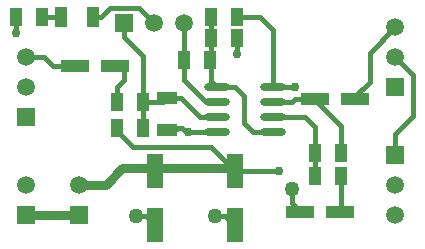
<source format=gtl>
%FSLAX25Y25*%
%MOIN*%
G70*
G01*
G75*
G04 Layer_Physical_Order=1*
G04 Layer_Color=255*
%ADD10R,0.05512X0.11811*%
%ADD11R,0.09449X0.03937*%
%ADD12R,0.04331X0.06693*%
%ADD13R,0.03937X0.05906*%
%ADD14O,0.08661X0.02362*%
%ADD15R,0.06693X0.04331*%
%ADD16C,0.01500*%
%ADD17C,0.03000*%
%ADD18C,0.01000*%
%ADD19C,0.05906*%
%ADD20R,0.05906X0.05906*%
%ADD21R,0.05906X0.05906*%
%ADD22C,0.03000*%
%ADD23C,0.05000*%
D10*
X79000Y8945D02*
D03*
Y27055D02*
D03*
X52500Y8945D02*
D03*
Y27055D02*
D03*
D11*
X119193Y51000D02*
D03*
X105807D02*
D03*
X114193Y13500D02*
D03*
X100807D02*
D03*
X39193Y62000D02*
D03*
X25807D02*
D03*
D12*
X31815Y78500D02*
D03*
X21185D02*
D03*
D13*
X14831Y78500D02*
D03*
X6169D02*
D03*
X114331Y33000D02*
D03*
X105669D02*
D03*
X70831Y64000D02*
D03*
X62169D02*
D03*
X71000Y78500D02*
D03*
X79661D02*
D03*
X79661Y71500D02*
D03*
X71000D02*
D03*
X105669Y25500D02*
D03*
X114331D02*
D03*
X39669Y41500D02*
D03*
X48331D02*
D03*
X48331Y50000D02*
D03*
X39669D02*
D03*
D14*
X73051Y55000D02*
D03*
Y50000D02*
D03*
Y45000D02*
D03*
Y40000D02*
D03*
X91949Y55000D02*
D03*
Y50000D02*
D03*
Y45000D02*
D03*
Y40000D02*
D03*
D15*
X56500Y51315D02*
D03*
Y40685D02*
D03*
D16*
X103307Y51000D02*
X104307Y52000D01*
X99000Y51000D02*
X103307D01*
X98000Y50000D02*
X99000Y51000D01*
X6000Y73000D02*
Y78331D01*
X79661Y66161D02*
Y71500D01*
X56500Y40685D02*
X59185D01*
X60000Y41500D01*
X61500D01*
X63000Y40000D01*
X73051D01*
X91949Y55000D02*
X99000D01*
X79000Y27055D02*
X93945D01*
X49445Y12000D02*
X52500Y8945D01*
X46000Y12000D02*
X49445D01*
X75945D02*
X79000Y8945D01*
X72500Y12000D02*
X75945D01*
X98000Y16307D02*
X100807Y13500D01*
X98000Y16307D02*
Y21000D01*
X45000Y35000D02*
X71055D01*
X39669Y40331D02*
X45000Y35000D01*
X39669Y40331D02*
Y41500D01*
X78000Y28055D02*
X79000Y27055D01*
X71055Y35000D02*
X78000Y28055D01*
X91949Y55000D02*
Y74051D01*
X85000Y40000D02*
X91949D01*
X82000Y43000D02*
X85000Y40000D01*
X82000Y43000D02*
Y52000D01*
X79000Y55000D02*
X82000Y52000D01*
X73051Y55000D02*
X79000D01*
X114331Y33000D02*
Y42169D01*
X105807Y50693D02*
X114331Y42169D01*
X105807Y50693D02*
Y52000D01*
X124000Y66500D02*
X132500Y75000D01*
X124000Y56807D02*
Y66500D01*
X119193Y52000D02*
X124000Y56807D01*
X132500Y32500D02*
Y39500D01*
X138500Y45500D01*
Y59000D01*
X132500Y65000D02*
X138500Y59000D01*
X47000Y81500D02*
X52000Y76500D01*
X37500Y81500D02*
X47000D01*
X34500Y78500D02*
X37500Y81500D01*
X31815Y78500D02*
X34500D01*
X40193Y62844D02*
X42000Y61037D01*
Y57500D02*
Y61037D01*
X39669Y55169D02*
X42000Y57500D01*
X39669Y50000D02*
Y55169D01*
X18500Y62000D02*
X25807D01*
X15500Y65000D02*
X18500Y62000D01*
X42000Y71795D02*
Y76500D01*
X21185Y78500D02*
X21185Y78500D01*
X14831Y78500D02*
X21185D01*
X42000Y71795D02*
X48331Y65464D01*
Y50000D02*
Y65464D01*
X79661Y78500D02*
X87500D01*
X91949Y74051D01*
X71000Y57051D02*
Y78500D01*
Y57051D02*
X73051Y55000D01*
X62000Y57500D02*
Y70500D01*
Y57500D02*
X67370Y52130D01*
X69500Y50000D01*
X62000Y70500D02*
Y76500D01*
X69500Y50000D02*
X73051D01*
X56500Y51315D02*
X61185D01*
X67500Y45000D01*
X73051D01*
X55185Y50000D02*
X56500Y51315D01*
X48331Y50000D02*
X55185D01*
X48331Y41500D02*
Y50000D01*
X114331Y13638D02*
Y25500D01*
X105669Y33000D02*
Y41831D01*
Y25500D02*
Y33000D01*
X102500Y45000D02*
X105669Y41831D01*
X91949Y45000D02*
X102500D01*
X91949Y50000D02*
X98000D01*
X9500Y65000D02*
X15500D01*
D17*
X41555Y28055D02*
X78000D01*
X79000D01*
X36000Y22500D02*
X41555Y28055D01*
X27000Y22500D02*
X36000D01*
X9500Y12500D02*
X27000D01*
D18*
X114193Y13500D02*
X114331Y13638D01*
X105669Y25500D02*
X105669Y25500D01*
D19*
X9500Y22500D02*
D03*
X132500Y65000D02*
D03*
Y75000D02*
D03*
Y22500D02*
D03*
Y12500D02*
D03*
X27000Y22500D02*
D03*
X52000Y76500D02*
D03*
X62000D02*
D03*
X9500Y55000D02*
D03*
Y65000D02*
D03*
D20*
Y12500D02*
D03*
X132500Y55000D02*
D03*
Y32500D02*
D03*
X27000Y12500D02*
D03*
X9500Y45000D02*
D03*
D21*
X42000Y76500D02*
D03*
D22*
X6000Y73000D02*
D03*
X79661Y66161D02*
D03*
X63500Y40000D02*
D03*
X99000Y55000D02*
D03*
X93945Y27055D02*
D03*
D23*
X98000Y21000D02*
D03*
X46000Y12000D02*
D03*
X72500D02*
D03*
M02*

</source>
